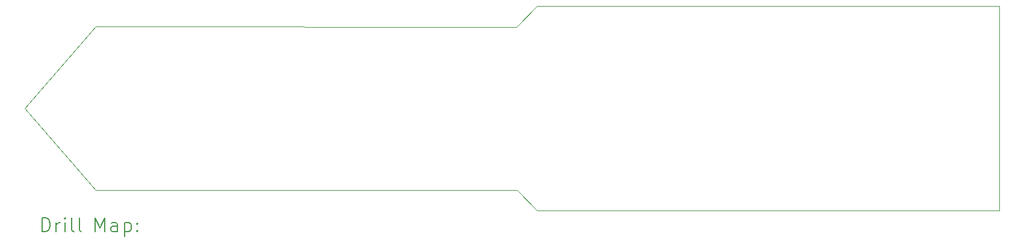
<source format=gbr>
%TF.GenerationSoftware,KiCad,Pcbnew,(7.0.0)*%
%TF.CreationDate,2023-04-17T14:45:23+03:00*%
%TF.ProjectId,sensor_system,73656e73-6f72-45f7-9379-7374656d2e6b,rev?*%
%TF.SameCoordinates,Original*%
%TF.FileFunction,Drillmap*%
%TF.FilePolarity,Positive*%
%FSLAX45Y45*%
G04 Gerber Fmt 4.5, Leading zero omitted, Abs format (unit mm)*
G04 Created by KiCad (PCBNEW (7.0.0)) date 2023-04-17 14:45:23*
%MOMM*%
%LPD*%
G01*
G04 APERTURE LIST*
%ADD10C,0.100000*%
%ADD11C,0.200000*%
G04 APERTURE END LIST*
D10*
X15970000Y-2390000D02*
X15970000Y-5270000D01*
X2260000Y-3830000D02*
X3260000Y-4985000D01*
X9460000Y-2390000D02*
X9175000Y-2685000D01*
X15970000Y-2390000D02*
X9460000Y-2390000D01*
X3260000Y-2680000D02*
X2260000Y-3830000D01*
X9175000Y-2685000D02*
X3260000Y-2680000D01*
X15970000Y-5270000D02*
X9465000Y-5270000D01*
X9185000Y-4980000D02*
X3260000Y-4985000D01*
X9465000Y-5270000D02*
X9185000Y-4980000D01*
D11*
X2502619Y-5568476D02*
X2502619Y-5368476D01*
X2502619Y-5368476D02*
X2550238Y-5368476D01*
X2550238Y-5368476D02*
X2578810Y-5378000D01*
X2578810Y-5378000D02*
X2597857Y-5397048D01*
X2597857Y-5397048D02*
X2607381Y-5416095D01*
X2607381Y-5416095D02*
X2616905Y-5454190D01*
X2616905Y-5454190D02*
X2616905Y-5482762D01*
X2616905Y-5482762D02*
X2607381Y-5520857D01*
X2607381Y-5520857D02*
X2597857Y-5539905D01*
X2597857Y-5539905D02*
X2578810Y-5558952D01*
X2578810Y-5558952D02*
X2550238Y-5568476D01*
X2550238Y-5568476D02*
X2502619Y-5568476D01*
X2702619Y-5568476D02*
X2702619Y-5435143D01*
X2702619Y-5473238D02*
X2712143Y-5454190D01*
X2712143Y-5454190D02*
X2721667Y-5444667D01*
X2721667Y-5444667D02*
X2740714Y-5435143D01*
X2740714Y-5435143D02*
X2759762Y-5435143D01*
X2826428Y-5568476D02*
X2826428Y-5435143D01*
X2826428Y-5368476D02*
X2816905Y-5378000D01*
X2816905Y-5378000D02*
X2826428Y-5387524D01*
X2826428Y-5387524D02*
X2835952Y-5378000D01*
X2835952Y-5378000D02*
X2826428Y-5368476D01*
X2826428Y-5368476D02*
X2826428Y-5387524D01*
X2950238Y-5568476D02*
X2931190Y-5558952D01*
X2931190Y-5558952D02*
X2921667Y-5539905D01*
X2921667Y-5539905D02*
X2921667Y-5368476D01*
X3055000Y-5568476D02*
X3035952Y-5558952D01*
X3035952Y-5558952D02*
X3026428Y-5539905D01*
X3026428Y-5539905D02*
X3026428Y-5368476D01*
X3251190Y-5568476D02*
X3251190Y-5368476D01*
X3251190Y-5368476D02*
X3317857Y-5511333D01*
X3317857Y-5511333D02*
X3384524Y-5368476D01*
X3384524Y-5368476D02*
X3384524Y-5568476D01*
X3565476Y-5568476D02*
X3565476Y-5463714D01*
X3565476Y-5463714D02*
X3555952Y-5444667D01*
X3555952Y-5444667D02*
X3536905Y-5435143D01*
X3536905Y-5435143D02*
X3498809Y-5435143D01*
X3498809Y-5435143D02*
X3479762Y-5444667D01*
X3565476Y-5558952D02*
X3546428Y-5568476D01*
X3546428Y-5568476D02*
X3498809Y-5568476D01*
X3498809Y-5568476D02*
X3479762Y-5558952D01*
X3479762Y-5558952D02*
X3470238Y-5539905D01*
X3470238Y-5539905D02*
X3470238Y-5520857D01*
X3470238Y-5520857D02*
X3479762Y-5501810D01*
X3479762Y-5501810D02*
X3498809Y-5492286D01*
X3498809Y-5492286D02*
X3546428Y-5492286D01*
X3546428Y-5492286D02*
X3565476Y-5482762D01*
X3660714Y-5435143D02*
X3660714Y-5635143D01*
X3660714Y-5444667D02*
X3679762Y-5435143D01*
X3679762Y-5435143D02*
X3717857Y-5435143D01*
X3717857Y-5435143D02*
X3736905Y-5444667D01*
X3736905Y-5444667D02*
X3746428Y-5454190D01*
X3746428Y-5454190D02*
X3755952Y-5473238D01*
X3755952Y-5473238D02*
X3755952Y-5530381D01*
X3755952Y-5530381D02*
X3746428Y-5549429D01*
X3746428Y-5549429D02*
X3736905Y-5558952D01*
X3736905Y-5558952D02*
X3717857Y-5568476D01*
X3717857Y-5568476D02*
X3679762Y-5568476D01*
X3679762Y-5568476D02*
X3660714Y-5558952D01*
X3841667Y-5549429D02*
X3851190Y-5558952D01*
X3851190Y-5558952D02*
X3841667Y-5568476D01*
X3841667Y-5568476D02*
X3832143Y-5558952D01*
X3832143Y-5558952D02*
X3841667Y-5549429D01*
X3841667Y-5549429D02*
X3841667Y-5568476D01*
X3841667Y-5444667D02*
X3851190Y-5454190D01*
X3851190Y-5454190D02*
X3841667Y-5463714D01*
X3841667Y-5463714D02*
X3832143Y-5454190D01*
X3832143Y-5454190D02*
X3841667Y-5444667D01*
X3841667Y-5444667D02*
X3841667Y-5463714D01*
M02*

</source>
